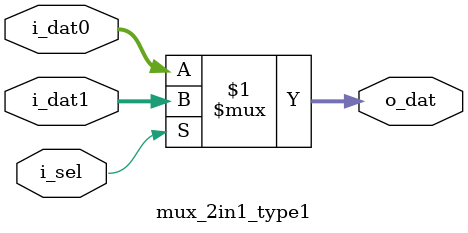
<source format=v>
module mux_2in1_type1 (i_dat0, i_dat1, i_sel, o_dat);

parameter WIDTH = 8;

input                i_sel;
input   [WIDTH-1:0]  i_dat0;
input   [WIDTH-1:0]  i_dat1;
output  [WIDTH-1:0]  o_dat;

assign  o_dat = i_sel ? i_dat1 : i_dat0;

endmodule


</source>
